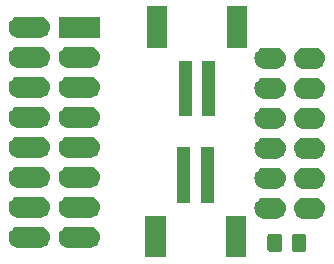
<source format=gbr>
G04 #@! TF.GenerationSoftware,KiCad,Pcbnew,5.1.5-52549c5~84~ubuntu19.10.1*
G04 #@! TF.CreationDate,2020-04-09T07:07:27-07:00*
G04 #@! TF.ProjectId,hub-75-pmod,6875622d-3735-42d7-906d-6f642e6b6963,rev?*
G04 #@! TF.SameCoordinates,PX2857260PY1dea728*
G04 #@! TF.FileFunction,Soldermask,Top*
G04 #@! TF.FilePolarity,Negative*
%FSLAX46Y46*%
G04 Gerber Fmt 4.6, Leading zero omitted, Abs format (unit mm)*
G04 Created by KiCad (PCBNEW 5.1.5-52549c5~84~ubuntu19.10.1) date 2020-04-09 07:07:27*
%MOMM*%
%LPD*%
G04 APERTURE LIST*
%ADD10C,0.100000*%
G04 APERTURE END LIST*
D10*
G36*
X20272800Y-21284800D02*
G01*
X18571200Y-21284800D01*
X18571200Y-17783200D01*
X20272800Y-17783200D01*
X20272800Y-21284800D01*
G37*
G36*
X13472800Y-21284800D02*
G01*
X11771200Y-21284800D01*
X11771200Y-17783200D01*
X13472800Y-17783200D01*
X13472800Y-21284800D01*
G37*
G36*
X23178674Y-19319465D02*
G01*
X23216367Y-19330899D01*
X23251103Y-19349466D01*
X23281548Y-19374452D01*
X23306534Y-19404897D01*
X23325101Y-19439633D01*
X23336535Y-19477326D01*
X23341000Y-19522661D01*
X23341000Y-20609339D01*
X23336535Y-20654674D01*
X23325101Y-20692367D01*
X23306534Y-20727103D01*
X23281548Y-20757548D01*
X23251103Y-20782534D01*
X23216367Y-20801101D01*
X23178674Y-20812535D01*
X23133339Y-20817000D01*
X22296661Y-20817000D01*
X22251326Y-20812535D01*
X22213633Y-20801101D01*
X22178897Y-20782534D01*
X22148452Y-20757548D01*
X22123466Y-20727103D01*
X22104899Y-20692367D01*
X22093465Y-20654674D01*
X22089000Y-20609339D01*
X22089000Y-19522661D01*
X22093465Y-19477326D01*
X22104899Y-19439633D01*
X22123466Y-19404897D01*
X22148452Y-19374452D01*
X22178897Y-19349466D01*
X22213633Y-19330899D01*
X22251326Y-19319465D01*
X22296661Y-19315000D01*
X23133339Y-19315000D01*
X23178674Y-19319465D01*
G37*
G36*
X25228674Y-19319465D02*
G01*
X25266367Y-19330899D01*
X25301103Y-19349466D01*
X25331548Y-19374452D01*
X25356534Y-19404897D01*
X25375101Y-19439633D01*
X25386535Y-19477326D01*
X25391000Y-19522661D01*
X25391000Y-20609339D01*
X25386535Y-20654674D01*
X25375101Y-20692367D01*
X25356534Y-20727103D01*
X25331548Y-20757548D01*
X25301103Y-20782534D01*
X25266367Y-20801101D01*
X25228674Y-20812535D01*
X25183339Y-20817000D01*
X24346661Y-20817000D01*
X24301326Y-20812535D01*
X24263633Y-20801101D01*
X24228897Y-20782534D01*
X24198452Y-20757548D01*
X24173466Y-20727103D01*
X24154899Y-20692367D01*
X24143465Y-20654674D01*
X24139000Y-20609339D01*
X24139000Y-19522661D01*
X24143465Y-19477326D01*
X24154899Y-19439633D01*
X24173466Y-19404897D01*
X24198452Y-19374452D01*
X24228897Y-19349466D01*
X24263633Y-19330899D01*
X24301326Y-19319465D01*
X24346661Y-19315000D01*
X25183339Y-19315000D01*
X25228674Y-19319465D01*
G37*
G36*
X7134442Y-18715518D02*
G01*
X7200627Y-18722037D01*
X7370466Y-18773557D01*
X7526991Y-18857222D01*
X7562729Y-18886552D01*
X7664186Y-18969814D01*
X7747448Y-19071271D01*
X7776778Y-19107009D01*
X7860443Y-19263534D01*
X7911963Y-19433373D01*
X7929359Y-19610000D01*
X7911963Y-19786627D01*
X7860443Y-19956466D01*
X7776778Y-20112991D01*
X7747448Y-20148729D01*
X7664186Y-20250186D01*
X7562729Y-20333448D01*
X7526991Y-20362778D01*
X7370466Y-20446443D01*
X7200627Y-20497963D01*
X7134442Y-20504482D01*
X7068260Y-20511000D01*
X5279740Y-20511000D01*
X5213558Y-20504482D01*
X5147373Y-20497963D01*
X4977534Y-20446443D01*
X4821009Y-20362778D01*
X4785271Y-20333448D01*
X4683814Y-20250186D01*
X4600552Y-20148729D01*
X4571222Y-20112991D01*
X4487557Y-19956466D01*
X4436037Y-19786627D01*
X4418641Y-19610000D01*
X4436037Y-19433373D01*
X4487557Y-19263534D01*
X4571222Y-19107009D01*
X4600552Y-19071271D01*
X4683814Y-18969814D01*
X4785271Y-18886552D01*
X4821009Y-18857222D01*
X4977534Y-18773557D01*
X5147373Y-18722037D01*
X5213557Y-18715519D01*
X5279740Y-18709000D01*
X7068260Y-18709000D01*
X7134442Y-18715518D01*
G37*
G36*
X2894442Y-18715518D02*
G01*
X2960627Y-18722037D01*
X3130466Y-18773557D01*
X3286991Y-18857222D01*
X3322729Y-18886552D01*
X3424186Y-18969814D01*
X3507448Y-19071271D01*
X3536778Y-19107009D01*
X3620443Y-19263534D01*
X3671963Y-19433373D01*
X3689359Y-19610000D01*
X3671963Y-19786627D01*
X3620443Y-19956466D01*
X3536778Y-20112991D01*
X3507448Y-20148729D01*
X3424186Y-20250186D01*
X3322729Y-20333448D01*
X3286991Y-20362778D01*
X3130466Y-20446443D01*
X2960627Y-20497963D01*
X2894442Y-20504482D01*
X2828260Y-20511000D01*
X1039740Y-20511000D01*
X973558Y-20504482D01*
X907373Y-20497963D01*
X737534Y-20446443D01*
X581009Y-20362778D01*
X545271Y-20333448D01*
X443814Y-20250186D01*
X360552Y-20148729D01*
X331222Y-20112991D01*
X247557Y-19956466D01*
X196037Y-19786627D01*
X178641Y-19610000D01*
X196037Y-19433373D01*
X247557Y-19263534D01*
X331222Y-19107009D01*
X360552Y-19071271D01*
X443814Y-18969814D01*
X545271Y-18886552D01*
X581009Y-18857222D01*
X737534Y-18773557D01*
X907373Y-18722037D01*
X973557Y-18715519D01*
X1039740Y-18709000D01*
X2828260Y-18709000D01*
X2894442Y-18715518D01*
G37*
G36*
X22854442Y-16250518D02*
G01*
X22920627Y-16257037D01*
X23090466Y-16308557D01*
X23246991Y-16392222D01*
X23282729Y-16421552D01*
X23384186Y-16504814D01*
X23467448Y-16606271D01*
X23496778Y-16642009D01*
X23580443Y-16798534D01*
X23631963Y-16968373D01*
X23649359Y-17145000D01*
X23631963Y-17321627D01*
X23580443Y-17491466D01*
X23496778Y-17647991D01*
X23467448Y-17683729D01*
X23384186Y-17785186D01*
X23282729Y-17868448D01*
X23246991Y-17897778D01*
X23090466Y-17981443D01*
X22920627Y-18032963D01*
X22854442Y-18039482D01*
X22788260Y-18046000D01*
X21859740Y-18046000D01*
X21793558Y-18039482D01*
X21727373Y-18032963D01*
X21557534Y-17981443D01*
X21401009Y-17897778D01*
X21365271Y-17868448D01*
X21263814Y-17785186D01*
X21180552Y-17683729D01*
X21151222Y-17647991D01*
X21067557Y-17491466D01*
X21016037Y-17321627D01*
X20998641Y-17145000D01*
X21016037Y-16968373D01*
X21067557Y-16798534D01*
X21151222Y-16642009D01*
X21180552Y-16606271D01*
X21263814Y-16504814D01*
X21365271Y-16421552D01*
X21401009Y-16392222D01*
X21557534Y-16308557D01*
X21727373Y-16257037D01*
X21793557Y-16250519D01*
X21859740Y-16244000D01*
X22788260Y-16244000D01*
X22854442Y-16250518D01*
G37*
G36*
X26194442Y-16250518D02*
G01*
X26260627Y-16257037D01*
X26430466Y-16308557D01*
X26586991Y-16392222D01*
X26622729Y-16421552D01*
X26724186Y-16504814D01*
X26807448Y-16606271D01*
X26836778Y-16642009D01*
X26920443Y-16798534D01*
X26971963Y-16968373D01*
X26989359Y-17145000D01*
X26971963Y-17321627D01*
X26920443Y-17491466D01*
X26836778Y-17647991D01*
X26807448Y-17683729D01*
X26724186Y-17785186D01*
X26622729Y-17868448D01*
X26586991Y-17897778D01*
X26430466Y-17981443D01*
X26260627Y-18032963D01*
X26194442Y-18039482D01*
X26128260Y-18046000D01*
X25199740Y-18046000D01*
X25133558Y-18039482D01*
X25067373Y-18032963D01*
X24897534Y-17981443D01*
X24741009Y-17897778D01*
X24705271Y-17868448D01*
X24603814Y-17785186D01*
X24520552Y-17683729D01*
X24491222Y-17647991D01*
X24407557Y-17491466D01*
X24356037Y-17321627D01*
X24338641Y-17145000D01*
X24356037Y-16968373D01*
X24407557Y-16798534D01*
X24491222Y-16642009D01*
X24520552Y-16606271D01*
X24603814Y-16504814D01*
X24705271Y-16421552D01*
X24741009Y-16392222D01*
X24897534Y-16308557D01*
X25067373Y-16257037D01*
X25133557Y-16250519D01*
X25199740Y-16244000D01*
X26128260Y-16244000D01*
X26194442Y-16250518D01*
G37*
G36*
X7134442Y-16175518D02*
G01*
X7200627Y-16182037D01*
X7370466Y-16233557D01*
X7526991Y-16317222D01*
X7562729Y-16346552D01*
X7664186Y-16429814D01*
X7747448Y-16531271D01*
X7776778Y-16567009D01*
X7860443Y-16723534D01*
X7911963Y-16893373D01*
X7929359Y-17070000D01*
X7911963Y-17246627D01*
X7860443Y-17416466D01*
X7776778Y-17572991D01*
X7747448Y-17608729D01*
X7664186Y-17710186D01*
X7575217Y-17783200D01*
X7526991Y-17822778D01*
X7370466Y-17906443D01*
X7200627Y-17957963D01*
X7134443Y-17964481D01*
X7068260Y-17971000D01*
X5279740Y-17971000D01*
X5213558Y-17964482D01*
X5147373Y-17957963D01*
X4977534Y-17906443D01*
X4821009Y-17822778D01*
X4772783Y-17783200D01*
X4683814Y-17710186D01*
X4600552Y-17608729D01*
X4571222Y-17572991D01*
X4487557Y-17416466D01*
X4436037Y-17246627D01*
X4418641Y-17070000D01*
X4436037Y-16893373D01*
X4487557Y-16723534D01*
X4571222Y-16567009D01*
X4600552Y-16531271D01*
X4683814Y-16429814D01*
X4785271Y-16346552D01*
X4821009Y-16317222D01*
X4977534Y-16233557D01*
X5147373Y-16182037D01*
X5213558Y-16175518D01*
X5279740Y-16169000D01*
X7068260Y-16169000D01*
X7134442Y-16175518D01*
G37*
G36*
X2894442Y-16175518D02*
G01*
X2960627Y-16182037D01*
X3130466Y-16233557D01*
X3286991Y-16317222D01*
X3322729Y-16346552D01*
X3424186Y-16429814D01*
X3507448Y-16531271D01*
X3536778Y-16567009D01*
X3620443Y-16723534D01*
X3671963Y-16893373D01*
X3689359Y-17070000D01*
X3671963Y-17246627D01*
X3620443Y-17416466D01*
X3536778Y-17572991D01*
X3507448Y-17608729D01*
X3424186Y-17710186D01*
X3335217Y-17783200D01*
X3286991Y-17822778D01*
X3130466Y-17906443D01*
X2960627Y-17957963D01*
X2894443Y-17964481D01*
X2828260Y-17971000D01*
X1039740Y-17971000D01*
X973558Y-17964482D01*
X907373Y-17957963D01*
X737534Y-17906443D01*
X581009Y-17822778D01*
X532783Y-17783200D01*
X443814Y-17710186D01*
X360552Y-17608729D01*
X331222Y-17572991D01*
X247557Y-17416466D01*
X196037Y-17246627D01*
X178641Y-17070000D01*
X196037Y-16893373D01*
X247557Y-16723534D01*
X331222Y-16567009D01*
X360552Y-16531271D01*
X443814Y-16429814D01*
X545271Y-16346552D01*
X581009Y-16317222D01*
X737534Y-16233557D01*
X907373Y-16182037D01*
X973558Y-16175518D01*
X1039740Y-16169000D01*
X2828260Y-16169000D01*
X2894442Y-16175518D01*
G37*
G36*
X17572800Y-16684800D02*
G01*
X16471200Y-16684800D01*
X16471200Y-11983200D01*
X17572800Y-11983200D01*
X17572800Y-16684800D01*
G37*
G36*
X15572800Y-16684800D02*
G01*
X14471200Y-16684800D01*
X14471200Y-11983200D01*
X15572800Y-11983200D01*
X15572800Y-16684800D01*
G37*
G36*
X22854443Y-13710519D02*
G01*
X22920627Y-13717037D01*
X23090466Y-13768557D01*
X23246991Y-13852222D01*
X23282729Y-13881552D01*
X23384186Y-13964814D01*
X23467448Y-14066271D01*
X23496778Y-14102009D01*
X23580443Y-14258534D01*
X23631963Y-14428373D01*
X23649359Y-14605000D01*
X23631963Y-14781627D01*
X23580443Y-14951466D01*
X23496778Y-15107991D01*
X23467448Y-15143729D01*
X23384186Y-15245186D01*
X23282729Y-15328448D01*
X23246991Y-15357778D01*
X23090466Y-15441443D01*
X22920627Y-15492963D01*
X22854442Y-15499482D01*
X22788260Y-15506000D01*
X21859740Y-15506000D01*
X21793558Y-15499482D01*
X21727373Y-15492963D01*
X21557534Y-15441443D01*
X21401009Y-15357778D01*
X21365271Y-15328448D01*
X21263814Y-15245186D01*
X21180552Y-15143729D01*
X21151222Y-15107991D01*
X21067557Y-14951466D01*
X21016037Y-14781627D01*
X20998641Y-14605000D01*
X21016037Y-14428373D01*
X21067557Y-14258534D01*
X21151222Y-14102009D01*
X21180552Y-14066271D01*
X21263814Y-13964814D01*
X21365271Y-13881552D01*
X21401009Y-13852222D01*
X21557534Y-13768557D01*
X21727373Y-13717037D01*
X21793557Y-13710519D01*
X21859740Y-13704000D01*
X22788260Y-13704000D01*
X22854443Y-13710519D01*
G37*
G36*
X26194443Y-13710519D02*
G01*
X26260627Y-13717037D01*
X26430466Y-13768557D01*
X26586991Y-13852222D01*
X26622729Y-13881552D01*
X26724186Y-13964814D01*
X26807448Y-14066271D01*
X26836778Y-14102009D01*
X26920443Y-14258534D01*
X26971963Y-14428373D01*
X26989359Y-14605000D01*
X26971963Y-14781627D01*
X26920443Y-14951466D01*
X26836778Y-15107991D01*
X26807448Y-15143729D01*
X26724186Y-15245186D01*
X26622729Y-15328448D01*
X26586991Y-15357778D01*
X26430466Y-15441443D01*
X26260627Y-15492963D01*
X26194442Y-15499482D01*
X26128260Y-15506000D01*
X25199740Y-15506000D01*
X25133558Y-15499482D01*
X25067373Y-15492963D01*
X24897534Y-15441443D01*
X24741009Y-15357778D01*
X24705271Y-15328448D01*
X24603814Y-15245186D01*
X24520552Y-15143729D01*
X24491222Y-15107991D01*
X24407557Y-14951466D01*
X24356037Y-14781627D01*
X24338641Y-14605000D01*
X24356037Y-14428373D01*
X24407557Y-14258534D01*
X24491222Y-14102009D01*
X24520552Y-14066271D01*
X24603814Y-13964814D01*
X24705271Y-13881552D01*
X24741009Y-13852222D01*
X24897534Y-13768557D01*
X25067373Y-13717037D01*
X25133557Y-13710519D01*
X25199740Y-13704000D01*
X26128260Y-13704000D01*
X26194443Y-13710519D01*
G37*
G36*
X7134442Y-13635518D02*
G01*
X7200627Y-13642037D01*
X7370466Y-13693557D01*
X7526991Y-13777222D01*
X7562729Y-13806552D01*
X7664186Y-13889814D01*
X7747448Y-13991271D01*
X7776778Y-14027009D01*
X7860443Y-14183534D01*
X7911963Y-14353373D01*
X7929359Y-14530000D01*
X7911963Y-14706627D01*
X7860443Y-14876466D01*
X7776778Y-15032991D01*
X7747448Y-15068729D01*
X7664186Y-15170186D01*
X7572798Y-15245185D01*
X7526991Y-15282778D01*
X7370466Y-15366443D01*
X7200627Y-15417963D01*
X7134442Y-15424482D01*
X7068260Y-15431000D01*
X5279740Y-15431000D01*
X5213558Y-15424482D01*
X5147373Y-15417963D01*
X4977534Y-15366443D01*
X4821009Y-15282778D01*
X4775202Y-15245185D01*
X4683814Y-15170186D01*
X4600552Y-15068729D01*
X4571222Y-15032991D01*
X4487557Y-14876466D01*
X4436037Y-14706627D01*
X4418641Y-14530000D01*
X4436037Y-14353373D01*
X4487557Y-14183534D01*
X4571222Y-14027009D01*
X4600552Y-13991271D01*
X4683814Y-13889814D01*
X4785271Y-13806552D01*
X4821009Y-13777222D01*
X4977534Y-13693557D01*
X5147373Y-13642037D01*
X5213558Y-13635518D01*
X5279740Y-13629000D01*
X7068260Y-13629000D01*
X7134442Y-13635518D01*
G37*
G36*
X2894442Y-13635518D02*
G01*
X2960627Y-13642037D01*
X3130466Y-13693557D01*
X3286991Y-13777222D01*
X3322729Y-13806552D01*
X3424186Y-13889814D01*
X3507448Y-13991271D01*
X3536778Y-14027009D01*
X3620443Y-14183534D01*
X3671963Y-14353373D01*
X3689359Y-14530000D01*
X3671963Y-14706627D01*
X3620443Y-14876466D01*
X3536778Y-15032991D01*
X3507448Y-15068729D01*
X3424186Y-15170186D01*
X3332798Y-15245185D01*
X3286991Y-15282778D01*
X3130466Y-15366443D01*
X2960627Y-15417963D01*
X2894442Y-15424482D01*
X2828260Y-15431000D01*
X1039740Y-15431000D01*
X973558Y-15424482D01*
X907373Y-15417963D01*
X737534Y-15366443D01*
X581009Y-15282778D01*
X535202Y-15245185D01*
X443814Y-15170186D01*
X360552Y-15068729D01*
X331222Y-15032991D01*
X247557Y-14876466D01*
X196037Y-14706627D01*
X178641Y-14530000D01*
X196037Y-14353373D01*
X247557Y-14183534D01*
X331222Y-14027009D01*
X360552Y-13991271D01*
X443814Y-13889814D01*
X545271Y-13806552D01*
X581009Y-13777222D01*
X737534Y-13693557D01*
X907373Y-13642037D01*
X973558Y-13635518D01*
X1039740Y-13629000D01*
X2828260Y-13629000D01*
X2894442Y-13635518D01*
G37*
G36*
X26194442Y-11170518D02*
G01*
X26260627Y-11177037D01*
X26430466Y-11228557D01*
X26586991Y-11312222D01*
X26622729Y-11341552D01*
X26724186Y-11424814D01*
X26807448Y-11526271D01*
X26836778Y-11562009D01*
X26920443Y-11718534D01*
X26971963Y-11888373D01*
X26989359Y-12065000D01*
X26971963Y-12241627D01*
X26920443Y-12411466D01*
X26836778Y-12567991D01*
X26807448Y-12603729D01*
X26724186Y-12705186D01*
X26622729Y-12788448D01*
X26586991Y-12817778D01*
X26430466Y-12901443D01*
X26260627Y-12952963D01*
X26194442Y-12959482D01*
X26128260Y-12966000D01*
X25199740Y-12966000D01*
X25133558Y-12959482D01*
X25067373Y-12952963D01*
X24897534Y-12901443D01*
X24741009Y-12817778D01*
X24705271Y-12788448D01*
X24603814Y-12705186D01*
X24520552Y-12603729D01*
X24491222Y-12567991D01*
X24407557Y-12411466D01*
X24356037Y-12241627D01*
X24338641Y-12065000D01*
X24356037Y-11888373D01*
X24407557Y-11718534D01*
X24491222Y-11562009D01*
X24520552Y-11526271D01*
X24603814Y-11424814D01*
X24705271Y-11341552D01*
X24741009Y-11312222D01*
X24897534Y-11228557D01*
X25067373Y-11177037D01*
X25133558Y-11170518D01*
X25199740Y-11164000D01*
X26128260Y-11164000D01*
X26194442Y-11170518D01*
G37*
G36*
X22854442Y-11170518D02*
G01*
X22920627Y-11177037D01*
X23090466Y-11228557D01*
X23246991Y-11312222D01*
X23282729Y-11341552D01*
X23384186Y-11424814D01*
X23467448Y-11526271D01*
X23496778Y-11562009D01*
X23580443Y-11718534D01*
X23631963Y-11888373D01*
X23649359Y-12065000D01*
X23631963Y-12241627D01*
X23580443Y-12411466D01*
X23496778Y-12567991D01*
X23467448Y-12603729D01*
X23384186Y-12705186D01*
X23282729Y-12788448D01*
X23246991Y-12817778D01*
X23090466Y-12901443D01*
X22920627Y-12952963D01*
X22854442Y-12959482D01*
X22788260Y-12966000D01*
X21859740Y-12966000D01*
X21793558Y-12959482D01*
X21727373Y-12952963D01*
X21557534Y-12901443D01*
X21401009Y-12817778D01*
X21365271Y-12788448D01*
X21263814Y-12705186D01*
X21180552Y-12603729D01*
X21151222Y-12567991D01*
X21067557Y-12411466D01*
X21016037Y-12241627D01*
X20998641Y-12065000D01*
X21016037Y-11888373D01*
X21067557Y-11718534D01*
X21151222Y-11562009D01*
X21180552Y-11526271D01*
X21263814Y-11424814D01*
X21365271Y-11341552D01*
X21401009Y-11312222D01*
X21557534Y-11228557D01*
X21727373Y-11177037D01*
X21793558Y-11170518D01*
X21859740Y-11164000D01*
X22788260Y-11164000D01*
X22854442Y-11170518D01*
G37*
G36*
X2894442Y-11095518D02*
G01*
X2960627Y-11102037D01*
X3130466Y-11153557D01*
X3286991Y-11237222D01*
X3322729Y-11266552D01*
X3424186Y-11349814D01*
X3507448Y-11451271D01*
X3536778Y-11487009D01*
X3620443Y-11643534D01*
X3671963Y-11813373D01*
X3689359Y-11990000D01*
X3671963Y-12166627D01*
X3620443Y-12336466D01*
X3536778Y-12492991D01*
X3507448Y-12528729D01*
X3424186Y-12630186D01*
X3332798Y-12705185D01*
X3286991Y-12742778D01*
X3130466Y-12826443D01*
X2960627Y-12877963D01*
X2894442Y-12884482D01*
X2828260Y-12891000D01*
X1039740Y-12891000D01*
X973558Y-12884482D01*
X907373Y-12877963D01*
X737534Y-12826443D01*
X581009Y-12742778D01*
X535202Y-12705185D01*
X443814Y-12630186D01*
X360552Y-12528729D01*
X331222Y-12492991D01*
X247557Y-12336466D01*
X196037Y-12166627D01*
X178641Y-11990000D01*
X196037Y-11813373D01*
X247557Y-11643534D01*
X331222Y-11487009D01*
X360552Y-11451271D01*
X443814Y-11349814D01*
X545271Y-11266552D01*
X581009Y-11237222D01*
X737534Y-11153557D01*
X907373Y-11102037D01*
X973558Y-11095518D01*
X1039740Y-11089000D01*
X2828260Y-11089000D01*
X2894442Y-11095518D01*
G37*
G36*
X7134442Y-11095518D02*
G01*
X7200627Y-11102037D01*
X7370466Y-11153557D01*
X7526991Y-11237222D01*
X7562729Y-11266552D01*
X7664186Y-11349814D01*
X7747448Y-11451271D01*
X7776778Y-11487009D01*
X7860443Y-11643534D01*
X7911963Y-11813373D01*
X7929359Y-11990000D01*
X7911963Y-12166627D01*
X7860443Y-12336466D01*
X7776778Y-12492991D01*
X7747448Y-12528729D01*
X7664186Y-12630186D01*
X7572798Y-12705185D01*
X7526991Y-12742778D01*
X7370466Y-12826443D01*
X7200627Y-12877963D01*
X7134442Y-12884482D01*
X7068260Y-12891000D01*
X5279740Y-12891000D01*
X5213558Y-12884482D01*
X5147373Y-12877963D01*
X4977534Y-12826443D01*
X4821009Y-12742778D01*
X4775202Y-12705185D01*
X4683814Y-12630186D01*
X4600552Y-12528729D01*
X4571222Y-12492991D01*
X4487557Y-12336466D01*
X4436037Y-12166627D01*
X4418641Y-11990000D01*
X4436037Y-11813373D01*
X4487557Y-11643534D01*
X4571222Y-11487009D01*
X4600552Y-11451271D01*
X4683814Y-11349814D01*
X4785271Y-11266552D01*
X4821009Y-11237222D01*
X4977534Y-11153557D01*
X5147373Y-11102037D01*
X5213558Y-11095518D01*
X5279740Y-11089000D01*
X7068260Y-11089000D01*
X7134442Y-11095518D01*
G37*
G36*
X22854443Y-8630519D02*
G01*
X22920627Y-8637037D01*
X23090466Y-8688557D01*
X23246991Y-8772222D01*
X23282729Y-8801552D01*
X23384186Y-8884814D01*
X23467448Y-8986271D01*
X23496778Y-9022009D01*
X23580443Y-9178534D01*
X23631963Y-9348373D01*
X23649359Y-9525000D01*
X23631963Y-9701627D01*
X23580443Y-9871466D01*
X23496778Y-10027991D01*
X23467448Y-10063729D01*
X23384186Y-10165186D01*
X23282729Y-10248448D01*
X23246991Y-10277778D01*
X23090466Y-10361443D01*
X22920627Y-10412963D01*
X22854443Y-10419481D01*
X22788260Y-10426000D01*
X21859740Y-10426000D01*
X21793557Y-10419481D01*
X21727373Y-10412963D01*
X21557534Y-10361443D01*
X21401009Y-10277778D01*
X21365271Y-10248448D01*
X21263814Y-10165186D01*
X21180552Y-10063729D01*
X21151222Y-10027991D01*
X21067557Y-9871466D01*
X21016037Y-9701627D01*
X20998641Y-9525000D01*
X21016037Y-9348373D01*
X21067557Y-9178534D01*
X21151222Y-9022009D01*
X21180552Y-8986271D01*
X21263814Y-8884814D01*
X21365271Y-8801552D01*
X21401009Y-8772222D01*
X21557534Y-8688557D01*
X21727373Y-8637037D01*
X21793557Y-8630519D01*
X21859740Y-8624000D01*
X22788260Y-8624000D01*
X22854443Y-8630519D01*
G37*
G36*
X26194443Y-8630519D02*
G01*
X26260627Y-8637037D01*
X26430466Y-8688557D01*
X26586991Y-8772222D01*
X26622729Y-8801552D01*
X26724186Y-8884814D01*
X26807448Y-8986271D01*
X26836778Y-9022009D01*
X26920443Y-9178534D01*
X26971963Y-9348373D01*
X26989359Y-9525000D01*
X26971963Y-9701627D01*
X26920443Y-9871466D01*
X26836778Y-10027991D01*
X26807448Y-10063729D01*
X26724186Y-10165186D01*
X26622729Y-10248448D01*
X26586991Y-10277778D01*
X26430466Y-10361443D01*
X26260627Y-10412963D01*
X26194443Y-10419481D01*
X26128260Y-10426000D01*
X25199740Y-10426000D01*
X25133557Y-10419481D01*
X25067373Y-10412963D01*
X24897534Y-10361443D01*
X24741009Y-10277778D01*
X24705271Y-10248448D01*
X24603814Y-10165186D01*
X24520552Y-10063729D01*
X24491222Y-10027991D01*
X24407557Y-9871466D01*
X24356037Y-9701627D01*
X24338641Y-9525000D01*
X24356037Y-9348373D01*
X24407557Y-9178534D01*
X24491222Y-9022009D01*
X24520552Y-8986271D01*
X24603814Y-8884814D01*
X24705271Y-8801552D01*
X24741009Y-8772222D01*
X24897534Y-8688557D01*
X25067373Y-8637037D01*
X25133557Y-8630519D01*
X25199740Y-8624000D01*
X26128260Y-8624000D01*
X26194443Y-8630519D01*
G37*
G36*
X2894442Y-8555518D02*
G01*
X2960627Y-8562037D01*
X3130466Y-8613557D01*
X3286991Y-8697222D01*
X3322729Y-8726552D01*
X3424186Y-8809814D01*
X3507448Y-8911271D01*
X3536778Y-8947009D01*
X3620443Y-9103534D01*
X3671963Y-9273373D01*
X3689359Y-9450000D01*
X3671963Y-9626627D01*
X3620443Y-9796466D01*
X3536778Y-9952991D01*
X3507448Y-9988729D01*
X3424186Y-10090186D01*
X3332798Y-10165185D01*
X3286991Y-10202778D01*
X3130466Y-10286443D01*
X2960627Y-10337963D01*
X2894443Y-10344481D01*
X2828260Y-10351000D01*
X1039740Y-10351000D01*
X973557Y-10344481D01*
X907373Y-10337963D01*
X737534Y-10286443D01*
X581009Y-10202778D01*
X535202Y-10165185D01*
X443814Y-10090186D01*
X360552Y-9988729D01*
X331222Y-9952991D01*
X247557Y-9796466D01*
X196037Y-9626627D01*
X178641Y-9450000D01*
X196037Y-9273373D01*
X247557Y-9103534D01*
X331222Y-8947009D01*
X360552Y-8911271D01*
X443814Y-8809814D01*
X545271Y-8726552D01*
X581009Y-8697222D01*
X737534Y-8613557D01*
X907373Y-8562037D01*
X973558Y-8555518D01*
X1039740Y-8549000D01*
X2828260Y-8549000D01*
X2894442Y-8555518D01*
G37*
G36*
X7134442Y-8555518D02*
G01*
X7200627Y-8562037D01*
X7370466Y-8613557D01*
X7526991Y-8697222D01*
X7562729Y-8726552D01*
X7664186Y-8809814D01*
X7747448Y-8911271D01*
X7776778Y-8947009D01*
X7860443Y-9103534D01*
X7911963Y-9273373D01*
X7929359Y-9450000D01*
X7911963Y-9626627D01*
X7860443Y-9796466D01*
X7776778Y-9952991D01*
X7747448Y-9988729D01*
X7664186Y-10090186D01*
X7572798Y-10165185D01*
X7526991Y-10202778D01*
X7370466Y-10286443D01*
X7200627Y-10337963D01*
X7134443Y-10344481D01*
X7068260Y-10351000D01*
X5279740Y-10351000D01*
X5213557Y-10344481D01*
X5147373Y-10337963D01*
X4977534Y-10286443D01*
X4821009Y-10202778D01*
X4775202Y-10165185D01*
X4683814Y-10090186D01*
X4600552Y-9988729D01*
X4571222Y-9952991D01*
X4487557Y-9796466D01*
X4436037Y-9626627D01*
X4418641Y-9450000D01*
X4436037Y-9273373D01*
X4487557Y-9103534D01*
X4571222Y-8947009D01*
X4600552Y-8911271D01*
X4683814Y-8809814D01*
X4785271Y-8726552D01*
X4821009Y-8697222D01*
X4977534Y-8613557D01*
X5147373Y-8562037D01*
X5213558Y-8555518D01*
X5279740Y-8549000D01*
X7068260Y-8549000D01*
X7134442Y-8555518D01*
G37*
G36*
X17670800Y-9352800D02*
G01*
X16569200Y-9352800D01*
X16569200Y-4651200D01*
X17670800Y-4651200D01*
X17670800Y-9352800D01*
G37*
G36*
X15670800Y-9352800D02*
G01*
X14569200Y-9352800D01*
X14569200Y-4651200D01*
X15670800Y-4651200D01*
X15670800Y-9352800D01*
G37*
G36*
X26194442Y-6090518D02*
G01*
X26260627Y-6097037D01*
X26430466Y-6148557D01*
X26586991Y-6232222D01*
X26622729Y-6261552D01*
X26724186Y-6344814D01*
X26807448Y-6446271D01*
X26836778Y-6482009D01*
X26920443Y-6638534D01*
X26971963Y-6808373D01*
X26989359Y-6985000D01*
X26971963Y-7161627D01*
X26920443Y-7331466D01*
X26836778Y-7487991D01*
X26807448Y-7523729D01*
X26724186Y-7625186D01*
X26622729Y-7708448D01*
X26586991Y-7737778D01*
X26430466Y-7821443D01*
X26260627Y-7872963D01*
X26194442Y-7879482D01*
X26128260Y-7886000D01*
X25199740Y-7886000D01*
X25133558Y-7879482D01*
X25067373Y-7872963D01*
X24897534Y-7821443D01*
X24741009Y-7737778D01*
X24705271Y-7708448D01*
X24603814Y-7625186D01*
X24520552Y-7523729D01*
X24491222Y-7487991D01*
X24407557Y-7331466D01*
X24356037Y-7161627D01*
X24338641Y-6985000D01*
X24356037Y-6808373D01*
X24407557Y-6638534D01*
X24491222Y-6482009D01*
X24520552Y-6446271D01*
X24603814Y-6344814D01*
X24705271Y-6261552D01*
X24741009Y-6232222D01*
X24897534Y-6148557D01*
X25067373Y-6097037D01*
X25133558Y-6090518D01*
X25199740Y-6084000D01*
X26128260Y-6084000D01*
X26194442Y-6090518D01*
G37*
G36*
X22854442Y-6090518D02*
G01*
X22920627Y-6097037D01*
X23090466Y-6148557D01*
X23246991Y-6232222D01*
X23282729Y-6261552D01*
X23384186Y-6344814D01*
X23467448Y-6446271D01*
X23496778Y-6482009D01*
X23580443Y-6638534D01*
X23631963Y-6808373D01*
X23649359Y-6985000D01*
X23631963Y-7161627D01*
X23580443Y-7331466D01*
X23496778Y-7487991D01*
X23467448Y-7523729D01*
X23384186Y-7625186D01*
X23282729Y-7708448D01*
X23246991Y-7737778D01*
X23090466Y-7821443D01*
X22920627Y-7872963D01*
X22854442Y-7879482D01*
X22788260Y-7886000D01*
X21859740Y-7886000D01*
X21793558Y-7879482D01*
X21727373Y-7872963D01*
X21557534Y-7821443D01*
X21401009Y-7737778D01*
X21365271Y-7708448D01*
X21263814Y-7625186D01*
X21180552Y-7523729D01*
X21151222Y-7487991D01*
X21067557Y-7331466D01*
X21016037Y-7161627D01*
X20998641Y-6985000D01*
X21016037Y-6808373D01*
X21067557Y-6638534D01*
X21151222Y-6482009D01*
X21180552Y-6446271D01*
X21263814Y-6344814D01*
X21365271Y-6261552D01*
X21401009Y-6232222D01*
X21557534Y-6148557D01*
X21727373Y-6097037D01*
X21793558Y-6090518D01*
X21859740Y-6084000D01*
X22788260Y-6084000D01*
X22854442Y-6090518D01*
G37*
G36*
X7134443Y-6015519D02*
G01*
X7200627Y-6022037D01*
X7370466Y-6073557D01*
X7526991Y-6157222D01*
X7562729Y-6186552D01*
X7664186Y-6269814D01*
X7747448Y-6371271D01*
X7776778Y-6407009D01*
X7860443Y-6563534D01*
X7911963Y-6733373D01*
X7929359Y-6910000D01*
X7911963Y-7086627D01*
X7860443Y-7256466D01*
X7776778Y-7412991D01*
X7747448Y-7448729D01*
X7664186Y-7550186D01*
X7572798Y-7625185D01*
X7526991Y-7662778D01*
X7370466Y-7746443D01*
X7200627Y-7797963D01*
X7134442Y-7804482D01*
X7068260Y-7811000D01*
X5279740Y-7811000D01*
X5213558Y-7804482D01*
X5147373Y-7797963D01*
X4977534Y-7746443D01*
X4821009Y-7662778D01*
X4775202Y-7625185D01*
X4683814Y-7550186D01*
X4600552Y-7448729D01*
X4571222Y-7412991D01*
X4487557Y-7256466D01*
X4436037Y-7086627D01*
X4418641Y-6910000D01*
X4436037Y-6733373D01*
X4487557Y-6563534D01*
X4571222Y-6407009D01*
X4600552Y-6371271D01*
X4683814Y-6269814D01*
X4785271Y-6186552D01*
X4821009Y-6157222D01*
X4977534Y-6073557D01*
X5147373Y-6022037D01*
X5213557Y-6015519D01*
X5279740Y-6009000D01*
X7068260Y-6009000D01*
X7134443Y-6015519D01*
G37*
G36*
X2894443Y-6015519D02*
G01*
X2960627Y-6022037D01*
X3130466Y-6073557D01*
X3286991Y-6157222D01*
X3322729Y-6186552D01*
X3424186Y-6269814D01*
X3507448Y-6371271D01*
X3536778Y-6407009D01*
X3620443Y-6563534D01*
X3671963Y-6733373D01*
X3689359Y-6910000D01*
X3671963Y-7086627D01*
X3620443Y-7256466D01*
X3536778Y-7412991D01*
X3507448Y-7448729D01*
X3424186Y-7550186D01*
X3332798Y-7625185D01*
X3286991Y-7662778D01*
X3130466Y-7746443D01*
X2960627Y-7797963D01*
X2894442Y-7804482D01*
X2828260Y-7811000D01*
X1039740Y-7811000D01*
X973558Y-7804482D01*
X907373Y-7797963D01*
X737534Y-7746443D01*
X581009Y-7662778D01*
X535202Y-7625185D01*
X443814Y-7550186D01*
X360552Y-7448729D01*
X331222Y-7412991D01*
X247557Y-7256466D01*
X196037Y-7086627D01*
X178641Y-6910000D01*
X196037Y-6733373D01*
X247557Y-6563534D01*
X331222Y-6407009D01*
X360552Y-6371271D01*
X443814Y-6269814D01*
X545271Y-6186552D01*
X581009Y-6157222D01*
X737534Y-6073557D01*
X907373Y-6022037D01*
X973557Y-6015519D01*
X1039740Y-6009000D01*
X2828260Y-6009000D01*
X2894443Y-6015519D01*
G37*
G36*
X22854442Y-3550518D02*
G01*
X22920627Y-3557037D01*
X23090466Y-3608557D01*
X23246991Y-3692222D01*
X23282729Y-3721552D01*
X23384186Y-3804814D01*
X23467448Y-3906271D01*
X23496778Y-3942009D01*
X23580443Y-4098534D01*
X23631963Y-4268373D01*
X23649359Y-4445000D01*
X23631963Y-4621627D01*
X23580443Y-4791466D01*
X23496778Y-4947991D01*
X23467448Y-4983729D01*
X23384186Y-5085186D01*
X23282729Y-5168448D01*
X23246991Y-5197778D01*
X23090466Y-5281443D01*
X22920627Y-5332963D01*
X22854443Y-5339481D01*
X22788260Y-5346000D01*
X21859740Y-5346000D01*
X21793557Y-5339481D01*
X21727373Y-5332963D01*
X21557534Y-5281443D01*
X21401009Y-5197778D01*
X21365271Y-5168448D01*
X21263814Y-5085186D01*
X21180552Y-4983729D01*
X21151222Y-4947991D01*
X21067557Y-4791466D01*
X21016037Y-4621627D01*
X20998641Y-4445000D01*
X21016037Y-4268373D01*
X21067557Y-4098534D01*
X21151222Y-3942009D01*
X21180552Y-3906271D01*
X21263814Y-3804814D01*
X21365271Y-3721552D01*
X21401009Y-3692222D01*
X21557534Y-3608557D01*
X21727373Y-3557037D01*
X21793558Y-3550518D01*
X21859740Y-3544000D01*
X22788260Y-3544000D01*
X22854442Y-3550518D01*
G37*
G36*
X26194442Y-3550518D02*
G01*
X26260627Y-3557037D01*
X26430466Y-3608557D01*
X26586991Y-3692222D01*
X26622729Y-3721552D01*
X26724186Y-3804814D01*
X26807448Y-3906271D01*
X26836778Y-3942009D01*
X26920443Y-4098534D01*
X26971963Y-4268373D01*
X26989359Y-4445000D01*
X26971963Y-4621627D01*
X26920443Y-4791466D01*
X26836778Y-4947991D01*
X26807448Y-4983729D01*
X26724186Y-5085186D01*
X26622729Y-5168448D01*
X26586991Y-5197778D01*
X26430466Y-5281443D01*
X26260627Y-5332963D01*
X26194443Y-5339481D01*
X26128260Y-5346000D01*
X25199740Y-5346000D01*
X25133557Y-5339481D01*
X25067373Y-5332963D01*
X24897534Y-5281443D01*
X24741009Y-5197778D01*
X24705271Y-5168448D01*
X24603814Y-5085186D01*
X24520552Y-4983729D01*
X24491222Y-4947991D01*
X24407557Y-4791466D01*
X24356037Y-4621627D01*
X24338641Y-4445000D01*
X24356037Y-4268373D01*
X24407557Y-4098534D01*
X24491222Y-3942009D01*
X24520552Y-3906271D01*
X24603814Y-3804814D01*
X24705271Y-3721552D01*
X24741009Y-3692222D01*
X24897534Y-3608557D01*
X25067373Y-3557037D01*
X25133558Y-3550518D01*
X25199740Y-3544000D01*
X26128260Y-3544000D01*
X26194442Y-3550518D01*
G37*
G36*
X2894443Y-3475519D02*
G01*
X2960627Y-3482037D01*
X3130466Y-3533557D01*
X3286991Y-3617222D01*
X3322729Y-3646552D01*
X3424186Y-3729814D01*
X3507448Y-3831271D01*
X3536778Y-3867009D01*
X3620443Y-4023534D01*
X3671963Y-4193373D01*
X3689359Y-4370000D01*
X3671963Y-4546627D01*
X3620443Y-4716466D01*
X3536778Y-4872991D01*
X3507448Y-4908729D01*
X3424186Y-5010186D01*
X3332798Y-5085185D01*
X3286991Y-5122778D01*
X3130466Y-5206443D01*
X2960627Y-5257963D01*
X2894443Y-5264481D01*
X2828260Y-5271000D01*
X1039740Y-5271000D01*
X973557Y-5264481D01*
X907373Y-5257963D01*
X737534Y-5206443D01*
X581009Y-5122778D01*
X535202Y-5085185D01*
X443814Y-5010186D01*
X360552Y-4908729D01*
X331222Y-4872991D01*
X247557Y-4716466D01*
X196037Y-4546627D01*
X178641Y-4370000D01*
X196037Y-4193373D01*
X247557Y-4023534D01*
X331222Y-3867009D01*
X360552Y-3831271D01*
X443814Y-3729814D01*
X545271Y-3646552D01*
X581009Y-3617222D01*
X737534Y-3533557D01*
X907373Y-3482037D01*
X973557Y-3475519D01*
X1039740Y-3469000D01*
X2828260Y-3469000D01*
X2894443Y-3475519D01*
G37*
G36*
X7134443Y-3475519D02*
G01*
X7200627Y-3482037D01*
X7370466Y-3533557D01*
X7526991Y-3617222D01*
X7562729Y-3646552D01*
X7664186Y-3729814D01*
X7747448Y-3831271D01*
X7776778Y-3867009D01*
X7860443Y-4023534D01*
X7911963Y-4193373D01*
X7929359Y-4370000D01*
X7911963Y-4546627D01*
X7860443Y-4716466D01*
X7776778Y-4872991D01*
X7747448Y-4908729D01*
X7664186Y-5010186D01*
X7572798Y-5085185D01*
X7526991Y-5122778D01*
X7370466Y-5206443D01*
X7200627Y-5257963D01*
X7134443Y-5264481D01*
X7068260Y-5271000D01*
X5279740Y-5271000D01*
X5213557Y-5264481D01*
X5147373Y-5257963D01*
X4977534Y-5206443D01*
X4821009Y-5122778D01*
X4775202Y-5085185D01*
X4683814Y-5010186D01*
X4600552Y-4908729D01*
X4571222Y-4872991D01*
X4487557Y-4716466D01*
X4436037Y-4546627D01*
X4418641Y-4370000D01*
X4436037Y-4193373D01*
X4487557Y-4023534D01*
X4571222Y-3867009D01*
X4600552Y-3831271D01*
X4683814Y-3729814D01*
X4785271Y-3646552D01*
X4821009Y-3617222D01*
X4977534Y-3533557D01*
X5147373Y-3482037D01*
X5213557Y-3475519D01*
X5279740Y-3469000D01*
X7068260Y-3469000D01*
X7134443Y-3475519D01*
G37*
G36*
X13570800Y-3552800D02*
G01*
X11869200Y-3552800D01*
X11869200Y-51200D01*
X13570800Y-51200D01*
X13570800Y-3552800D01*
G37*
G36*
X20370800Y-3552800D02*
G01*
X18669200Y-3552800D01*
X18669200Y-51200D01*
X20370800Y-51200D01*
X20370800Y-3552800D01*
G37*
G36*
X2894443Y-935519D02*
G01*
X2960627Y-942037D01*
X3130466Y-993557D01*
X3286991Y-1077222D01*
X3322729Y-1106552D01*
X3424186Y-1189814D01*
X3507448Y-1291271D01*
X3536778Y-1327009D01*
X3620443Y-1483534D01*
X3671963Y-1653373D01*
X3689359Y-1830000D01*
X3671963Y-2006627D01*
X3620443Y-2176466D01*
X3536778Y-2332991D01*
X3507448Y-2368729D01*
X3424186Y-2470186D01*
X3322729Y-2553448D01*
X3286991Y-2582778D01*
X3130466Y-2666443D01*
X2960627Y-2717963D01*
X2894442Y-2724482D01*
X2828260Y-2731000D01*
X1039740Y-2731000D01*
X973558Y-2724482D01*
X907373Y-2717963D01*
X737534Y-2666443D01*
X581009Y-2582778D01*
X545271Y-2553448D01*
X443814Y-2470186D01*
X360552Y-2368729D01*
X331222Y-2332991D01*
X247557Y-2176466D01*
X196037Y-2006627D01*
X178641Y-1830000D01*
X196037Y-1653373D01*
X247557Y-1483534D01*
X331222Y-1327009D01*
X360552Y-1291271D01*
X443814Y-1189814D01*
X545271Y-1106552D01*
X581009Y-1077222D01*
X737534Y-993557D01*
X907373Y-942037D01*
X973557Y-935519D01*
X1039740Y-929000D01*
X2828260Y-929000D01*
X2894443Y-935519D01*
G37*
G36*
X7925000Y-2731000D02*
G01*
X4423000Y-2731000D01*
X4423000Y-929000D01*
X7925000Y-929000D01*
X7925000Y-2731000D01*
G37*
M02*

</source>
